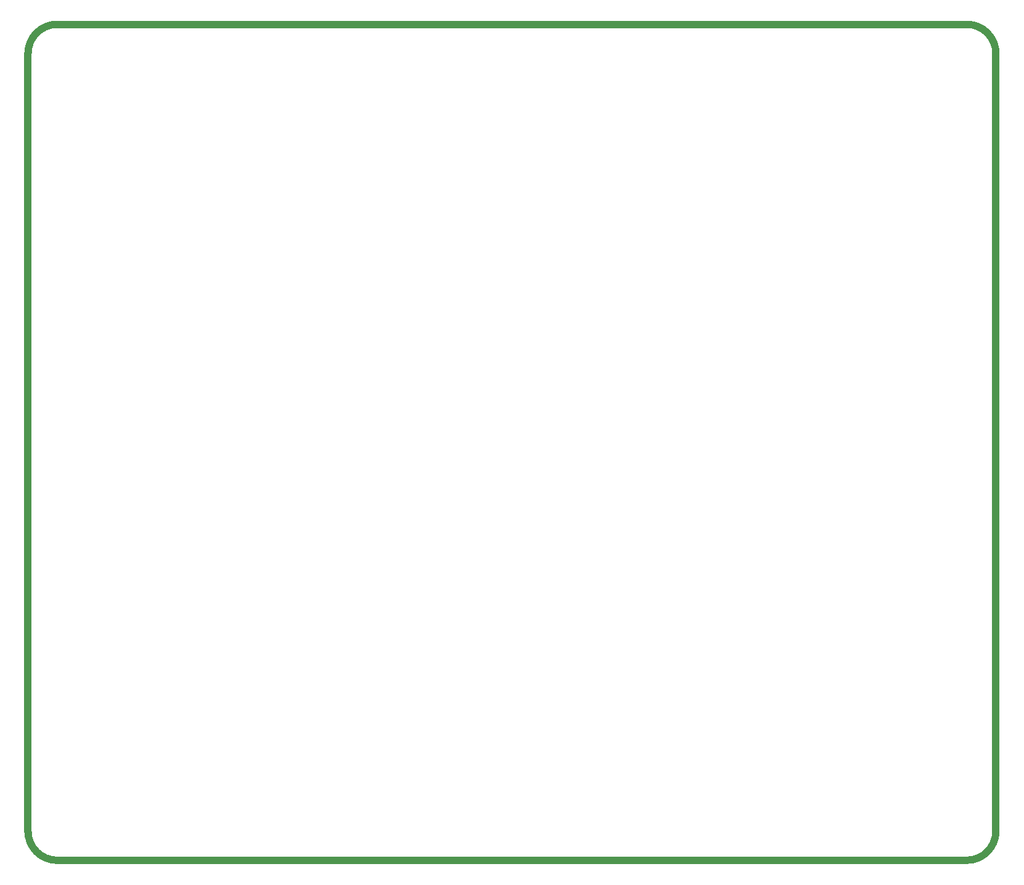
<source format=gbr>
G04 #@! TF.GenerationSoftware,KiCad,Pcbnew,(5.0.1)-3*
G04 #@! TF.CreationDate,2019-12-19T09:37:47+04:00*
G04 #@! TF.ProjectId,Roboarm,526F626F61726D2E6B696361645F7063,rev?*
G04 #@! TF.SameCoordinates,Original*
G04 #@! TF.FileFunction,Profile,NP*
%FSLAX46Y46*%
G04 Gerber Fmt 4.6, Leading zero omitted, Abs format (unit mm)*
G04 Created by KiCad (PCBNEW (5.0.1)-3) date 19.12.2019 09:37:47*
%MOMM*%
%LPD*%
G01*
G04 APERTURE LIST*
%ADD10C,1.000000*%
G04 APERTURE END LIST*
D10*
X198000000Y-35000000D02*
G75*
G02X202000000Y-39000000I0J-4000000D01*
G01*
X202000000Y-146000000D02*
G75*
G02X198000000Y-150000000I-4000000J0D01*
G01*
X73000000Y-150000000D02*
G75*
G02X69000000Y-146000000I0J4000000D01*
G01*
X69000000Y-39000000D02*
G75*
G02X73000000Y-35000000I4000000J0D01*
G01*
X73000000Y-150000000D02*
X198000000Y-150000000D01*
X69000000Y-39000000D02*
X69000000Y-146000000D01*
X198000000Y-35000000D02*
X73000000Y-35000000D01*
X202000000Y-146000000D02*
X202000000Y-39000000D01*
M02*

</source>
